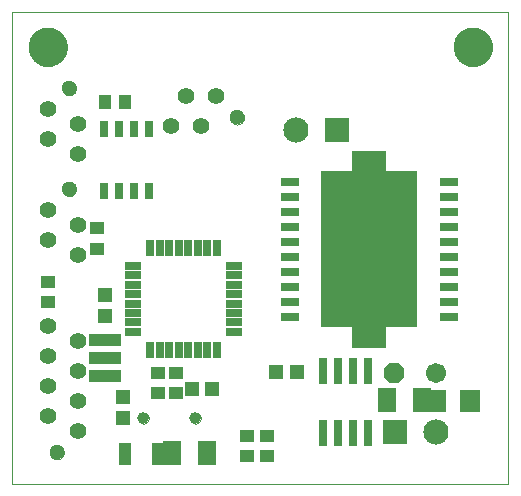
<source format=gbs>
G75*
%MOIN*%
%OFA0B0*%
%FSLAX24Y24*%
%IPPOS*%
%LPD*%
%AMOC8*
5,1,8,0,0,1.08239X$1,22.5*
%
%ADD10C,0.0000*%
%ADD11C,0.0512*%
%ADD12R,0.3228X0.5197*%
%ADD13C,0.1300*%
%ADD14R,0.0591X0.0316*%
%ADD15R,0.1142X0.0886*%
%ADD16R,0.0473X0.0434*%
%ADD17R,0.0453X0.0465*%
%ADD18R,0.0540X0.0260*%
%ADD19R,0.0260X0.0540*%
%ADD20C,0.0560*%
%ADD21R,0.0670X0.0750*%
%ADD22R,0.0434X0.0749*%
%ADD23R,0.0280X0.0910*%
%ADD24C,0.0394*%
%ADD25R,0.0465X0.0453*%
%ADD26R,0.0840X0.0840*%
%ADD27C,0.0840*%
%ADD28R,0.0631X0.0827*%
%ADD29OC8,0.0670*%
%ADD30C,0.0670*%
%ADD31R,0.1064X0.0434*%
%ADD32R,0.0290X0.0540*%
%ADD33R,0.0434X0.0473*%
D10*
X000159Y001847D02*
X000159Y017595D01*
X016694Y017595D01*
X016694Y001847D01*
X000159Y001847D01*
X001399Y002910D02*
X001401Y002940D01*
X001407Y002970D01*
X001416Y002999D01*
X001429Y003026D01*
X001446Y003051D01*
X001465Y003074D01*
X001488Y003095D01*
X001513Y003112D01*
X001539Y003126D01*
X001568Y003136D01*
X001597Y003143D01*
X001627Y003146D01*
X001658Y003145D01*
X001688Y003140D01*
X001717Y003131D01*
X001744Y003119D01*
X001770Y003104D01*
X001794Y003085D01*
X001815Y003063D01*
X001833Y003039D01*
X001848Y003012D01*
X001859Y002984D01*
X001867Y002955D01*
X001871Y002925D01*
X001871Y002895D01*
X001867Y002865D01*
X001859Y002836D01*
X001848Y002808D01*
X001833Y002781D01*
X001815Y002757D01*
X001794Y002735D01*
X001770Y002716D01*
X001744Y002701D01*
X001717Y002689D01*
X001688Y002680D01*
X001658Y002675D01*
X001627Y002674D01*
X001597Y002677D01*
X001568Y002684D01*
X001539Y002694D01*
X001513Y002708D01*
X001488Y002725D01*
X001465Y002746D01*
X001446Y002769D01*
X001429Y002794D01*
X001416Y002821D01*
X001407Y002850D01*
X001401Y002880D01*
X001399Y002910D01*
X004348Y004044D02*
X004350Y004070D01*
X004356Y004096D01*
X004366Y004121D01*
X004379Y004144D01*
X004395Y004164D01*
X004415Y004182D01*
X004437Y004197D01*
X004460Y004209D01*
X004486Y004217D01*
X004512Y004221D01*
X004538Y004221D01*
X004564Y004217D01*
X004590Y004209D01*
X004614Y004197D01*
X004635Y004182D01*
X004655Y004164D01*
X004671Y004144D01*
X004684Y004121D01*
X004694Y004096D01*
X004700Y004070D01*
X004702Y004044D01*
X004700Y004018D01*
X004694Y003992D01*
X004684Y003967D01*
X004671Y003944D01*
X004655Y003924D01*
X004635Y003906D01*
X004613Y003891D01*
X004590Y003879D01*
X004564Y003871D01*
X004538Y003867D01*
X004512Y003867D01*
X004486Y003871D01*
X004460Y003879D01*
X004436Y003891D01*
X004415Y003906D01*
X004395Y003924D01*
X004379Y003944D01*
X004366Y003967D01*
X004356Y003992D01*
X004350Y004018D01*
X004348Y004044D01*
X006080Y004044D02*
X006082Y004070D01*
X006088Y004096D01*
X006098Y004121D01*
X006111Y004144D01*
X006127Y004164D01*
X006147Y004182D01*
X006169Y004197D01*
X006192Y004209D01*
X006218Y004217D01*
X006244Y004221D01*
X006270Y004221D01*
X006296Y004217D01*
X006322Y004209D01*
X006346Y004197D01*
X006367Y004182D01*
X006387Y004164D01*
X006403Y004144D01*
X006416Y004121D01*
X006426Y004096D01*
X006432Y004070D01*
X006434Y004044D01*
X006432Y004018D01*
X006426Y003992D01*
X006416Y003967D01*
X006403Y003944D01*
X006387Y003924D01*
X006367Y003906D01*
X006345Y003891D01*
X006322Y003879D01*
X006296Y003871D01*
X006270Y003867D01*
X006244Y003867D01*
X006218Y003871D01*
X006192Y003879D01*
X006168Y003891D01*
X006147Y003906D01*
X006127Y003924D01*
X006111Y003944D01*
X006098Y003967D01*
X006088Y003992D01*
X006082Y004018D01*
X006080Y004044D01*
X001813Y011690D02*
X001815Y011720D01*
X001821Y011750D01*
X001830Y011779D01*
X001843Y011806D01*
X001860Y011831D01*
X001879Y011854D01*
X001902Y011875D01*
X001927Y011892D01*
X001953Y011906D01*
X001982Y011916D01*
X002011Y011923D01*
X002041Y011926D01*
X002072Y011925D01*
X002102Y011920D01*
X002131Y011911D01*
X002158Y011899D01*
X002184Y011884D01*
X002208Y011865D01*
X002229Y011843D01*
X002247Y011819D01*
X002262Y011792D01*
X002273Y011764D01*
X002281Y011735D01*
X002285Y011705D01*
X002285Y011675D01*
X002281Y011645D01*
X002273Y011616D01*
X002262Y011588D01*
X002247Y011561D01*
X002229Y011537D01*
X002208Y011515D01*
X002184Y011496D01*
X002158Y011481D01*
X002131Y011469D01*
X002102Y011460D01*
X002072Y011455D01*
X002041Y011454D01*
X002011Y011457D01*
X001982Y011464D01*
X001953Y011474D01*
X001927Y011488D01*
X001902Y011505D01*
X001879Y011526D01*
X001860Y011549D01*
X001843Y011574D01*
X001830Y011601D01*
X001821Y011630D01*
X001815Y011660D01*
X001813Y011690D01*
X001813Y015048D02*
X001815Y015078D01*
X001821Y015108D01*
X001830Y015137D01*
X001843Y015164D01*
X001860Y015189D01*
X001879Y015212D01*
X001902Y015233D01*
X001927Y015250D01*
X001953Y015264D01*
X001982Y015274D01*
X002011Y015281D01*
X002041Y015284D01*
X002072Y015283D01*
X002102Y015278D01*
X002131Y015269D01*
X002158Y015257D01*
X002184Y015242D01*
X002208Y015223D01*
X002229Y015201D01*
X002247Y015177D01*
X002262Y015150D01*
X002273Y015122D01*
X002281Y015093D01*
X002285Y015063D01*
X002285Y015033D01*
X002281Y015003D01*
X002273Y014974D01*
X002262Y014946D01*
X002247Y014919D01*
X002229Y014895D01*
X002208Y014873D01*
X002184Y014854D01*
X002158Y014839D01*
X002131Y014827D01*
X002102Y014818D01*
X002072Y014813D01*
X002041Y014812D01*
X002011Y014815D01*
X001982Y014822D01*
X001953Y014832D01*
X001927Y014846D01*
X001902Y014863D01*
X001879Y014884D01*
X001860Y014907D01*
X001843Y014932D01*
X001830Y014959D01*
X001821Y014988D01*
X001815Y015018D01*
X001813Y015048D01*
X000710Y016414D02*
X000712Y016464D01*
X000718Y016514D01*
X000728Y016563D01*
X000742Y016611D01*
X000759Y016658D01*
X000780Y016703D01*
X000805Y016747D01*
X000833Y016788D01*
X000865Y016827D01*
X000899Y016864D01*
X000936Y016898D01*
X000976Y016928D01*
X001018Y016955D01*
X001062Y016979D01*
X001108Y017000D01*
X001155Y017016D01*
X001203Y017029D01*
X001253Y017038D01*
X001302Y017043D01*
X001353Y017044D01*
X001403Y017041D01*
X001452Y017034D01*
X001501Y017023D01*
X001549Y017008D01*
X001595Y016990D01*
X001640Y016968D01*
X001683Y016942D01*
X001724Y016913D01*
X001763Y016881D01*
X001799Y016846D01*
X001831Y016808D01*
X001861Y016768D01*
X001888Y016725D01*
X001911Y016681D01*
X001930Y016635D01*
X001946Y016587D01*
X001958Y016538D01*
X001966Y016489D01*
X001970Y016439D01*
X001970Y016389D01*
X001966Y016339D01*
X001958Y016290D01*
X001946Y016241D01*
X001930Y016193D01*
X001911Y016147D01*
X001888Y016103D01*
X001861Y016060D01*
X001831Y016020D01*
X001799Y015982D01*
X001763Y015947D01*
X001724Y015915D01*
X001683Y015886D01*
X001640Y015860D01*
X001595Y015838D01*
X001549Y015820D01*
X001501Y015805D01*
X001452Y015794D01*
X001403Y015787D01*
X001353Y015784D01*
X001302Y015785D01*
X001253Y015790D01*
X001203Y015799D01*
X001155Y015812D01*
X001108Y015828D01*
X001062Y015849D01*
X001018Y015873D01*
X000976Y015900D01*
X000936Y015930D01*
X000899Y015964D01*
X000865Y016001D01*
X000833Y016040D01*
X000805Y016081D01*
X000780Y016125D01*
X000759Y016170D01*
X000742Y016217D01*
X000728Y016265D01*
X000718Y016314D01*
X000712Y016364D01*
X000710Y016414D01*
X007407Y014072D02*
X007409Y014102D01*
X007415Y014132D01*
X007424Y014161D01*
X007437Y014188D01*
X007454Y014213D01*
X007473Y014236D01*
X007496Y014257D01*
X007521Y014274D01*
X007547Y014288D01*
X007576Y014298D01*
X007605Y014305D01*
X007635Y014308D01*
X007666Y014307D01*
X007696Y014302D01*
X007725Y014293D01*
X007752Y014281D01*
X007778Y014266D01*
X007802Y014247D01*
X007823Y014225D01*
X007841Y014201D01*
X007856Y014174D01*
X007867Y014146D01*
X007875Y014117D01*
X007879Y014087D01*
X007879Y014057D01*
X007875Y014027D01*
X007867Y013998D01*
X007856Y013970D01*
X007841Y013943D01*
X007823Y013919D01*
X007802Y013897D01*
X007778Y013878D01*
X007752Y013863D01*
X007725Y013851D01*
X007696Y013842D01*
X007666Y013837D01*
X007635Y013836D01*
X007605Y013839D01*
X007576Y013846D01*
X007547Y013856D01*
X007521Y013870D01*
X007496Y013887D01*
X007473Y013908D01*
X007454Y013931D01*
X007437Y013956D01*
X007424Y013983D01*
X007415Y014012D01*
X007409Y014042D01*
X007407Y014072D01*
X014883Y016414D02*
X014885Y016464D01*
X014891Y016514D01*
X014901Y016563D01*
X014915Y016611D01*
X014932Y016658D01*
X014953Y016703D01*
X014978Y016747D01*
X015006Y016788D01*
X015038Y016827D01*
X015072Y016864D01*
X015109Y016898D01*
X015149Y016928D01*
X015191Y016955D01*
X015235Y016979D01*
X015281Y017000D01*
X015328Y017016D01*
X015376Y017029D01*
X015426Y017038D01*
X015475Y017043D01*
X015526Y017044D01*
X015576Y017041D01*
X015625Y017034D01*
X015674Y017023D01*
X015722Y017008D01*
X015768Y016990D01*
X015813Y016968D01*
X015856Y016942D01*
X015897Y016913D01*
X015936Y016881D01*
X015972Y016846D01*
X016004Y016808D01*
X016034Y016768D01*
X016061Y016725D01*
X016084Y016681D01*
X016103Y016635D01*
X016119Y016587D01*
X016131Y016538D01*
X016139Y016489D01*
X016143Y016439D01*
X016143Y016389D01*
X016139Y016339D01*
X016131Y016290D01*
X016119Y016241D01*
X016103Y016193D01*
X016084Y016147D01*
X016061Y016103D01*
X016034Y016060D01*
X016004Y016020D01*
X015972Y015982D01*
X015936Y015947D01*
X015897Y015915D01*
X015856Y015886D01*
X015813Y015860D01*
X015768Y015838D01*
X015722Y015820D01*
X015674Y015805D01*
X015625Y015794D01*
X015576Y015787D01*
X015526Y015784D01*
X015475Y015785D01*
X015426Y015790D01*
X015376Y015799D01*
X015328Y015812D01*
X015281Y015828D01*
X015235Y015849D01*
X015191Y015873D01*
X015149Y015900D01*
X015109Y015930D01*
X015072Y015964D01*
X015038Y016001D01*
X015006Y016040D01*
X014978Y016081D01*
X014953Y016125D01*
X014932Y016170D01*
X014915Y016217D01*
X014901Y016265D01*
X014891Y016314D01*
X014885Y016364D01*
X014883Y016414D01*
D11*
X007643Y014072D03*
X002049Y015048D03*
X002049Y011690D03*
X001635Y002910D03*
D12*
X012049Y009682D03*
D13*
X015513Y016414D03*
X001340Y016414D03*
D14*
X009407Y011920D03*
X009407Y011420D03*
X009407Y010920D03*
X009407Y010420D03*
X009407Y009920D03*
X009407Y009420D03*
X009407Y008920D03*
X009407Y008420D03*
X009407Y007920D03*
X009407Y007420D03*
X014707Y007420D03*
X014707Y007920D03*
X014707Y008420D03*
X014707Y008920D03*
X014707Y009420D03*
X014707Y009920D03*
X014707Y010420D03*
X014707Y010920D03*
X014707Y011420D03*
X014707Y011920D03*
D15*
X012057Y012520D03*
X012057Y006820D03*
D16*
X008639Y003454D03*
X007990Y003458D03*
X007990Y002788D03*
X008639Y002784D03*
X005616Y004883D03*
X005017Y004883D03*
X005017Y005552D03*
X005616Y005552D03*
X002994Y009702D03*
X002994Y010371D03*
X001340Y008599D03*
X001340Y007930D03*
D17*
X006137Y005005D03*
X006826Y005005D03*
X008960Y005580D03*
X009649Y005580D03*
D18*
X007554Y006922D03*
X007554Y007237D03*
X007554Y007552D03*
X007554Y007867D03*
X007554Y008182D03*
X007554Y008497D03*
X007554Y008812D03*
X007554Y009127D03*
X004174Y009127D03*
X004174Y008812D03*
X004174Y008497D03*
X004174Y008182D03*
X004174Y007867D03*
X004174Y007552D03*
X004174Y007237D03*
X004174Y006922D03*
D19*
X004761Y006335D03*
X005076Y006335D03*
X005391Y006335D03*
X005706Y006335D03*
X006021Y006335D03*
X006336Y006335D03*
X006651Y006335D03*
X006966Y006335D03*
X006966Y009715D03*
X006651Y009715D03*
X006336Y009715D03*
X006021Y009715D03*
X005706Y009715D03*
X005391Y009715D03*
X005076Y009715D03*
X004761Y009715D03*
D20*
X002332Y009483D03*
X002332Y010483D03*
X001332Y009983D03*
X001332Y010983D03*
X002332Y012838D03*
X002332Y013838D03*
X001332Y014338D03*
X001332Y013338D03*
X005433Y013788D03*
X006433Y013788D03*
X006933Y014788D03*
X005933Y014788D03*
X001336Y007117D03*
X001336Y006117D03*
X001336Y005117D03*
X001336Y004117D03*
X002336Y003617D03*
X002336Y004617D03*
X002336Y005617D03*
X002336Y006617D03*
D21*
X014284Y004631D03*
X015404Y004631D03*
D22*
X005009Y002863D03*
X003907Y002863D03*
D23*
X010496Y003558D03*
X010996Y003558D03*
X011496Y003558D03*
X011996Y003558D03*
X011996Y005618D03*
X011496Y005618D03*
X010996Y005618D03*
X010496Y005618D03*
D24*
X006257Y004044D03*
X004525Y004044D03*
D25*
X003844Y004054D03*
X003844Y004743D03*
X003254Y007460D03*
X003254Y008149D03*
D26*
X010986Y013658D03*
X012915Y003580D03*
D27*
X014293Y003580D03*
X009608Y013658D03*
D28*
X012639Y004643D03*
X013820Y004643D03*
X006655Y002871D03*
X005474Y002871D03*
D29*
X012884Y005548D03*
D30*
X014284Y005548D03*
D31*
X003230Y005469D03*
X003230Y006060D03*
X003230Y006651D03*
D32*
X003228Y011631D03*
X003728Y011631D03*
X004228Y011631D03*
X004728Y011631D03*
X004728Y013671D03*
X004228Y013671D03*
X003728Y013671D03*
X003228Y013671D03*
D33*
X003246Y014595D03*
X003915Y014595D03*
M02*

</source>
